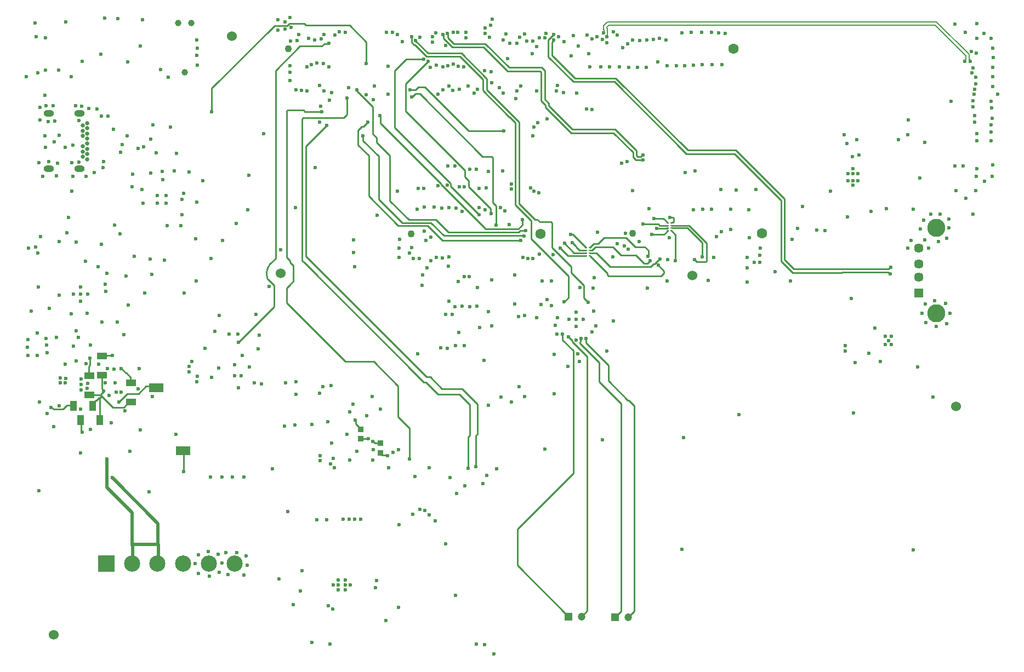
<source format=gbr>
%TF.GenerationSoftware,Altium Limited,Altium Designer,25.8.1 (18)*%
G04 Layer_Physical_Order=8*
G04 Layer_Color=16711680*
%FSLAX45Y45*%
%MOMM*%
%TF.SameCoordinates,716D66D7-A0E9-4909-A487-8E51579E39AF*%
%TF.FilePolarity,Positive*%
%TF.FileFunction,Copper,L8,Bot,Signal*%
%TF.Part,Single*%
G01*
G75*
%TA.AperFunction,SMDPad,CuDef*%
%ADD25R,1.60000X1.05000*%
%ADD34R,0.91213X0.95814*%
%ADD36R,2.20000X1.40000*%
%ADD39R,1.05000X1.60000*%
%TA.AperFunction,Conductor*%
%ADD133C,0.25400*%
%ADD135C,0.50000*%
%ADD137C,0.24883*%
%ADD144C,0.20629*%
%TA.AperFunction,ComponentPad*%
%ADD148C,1.10000*%
%ADD149C,1.60000*%
%ADD150R,1.45000X1.45000*%
%ADD151C,1.45000*%
%ADD152C,2.80000*%
%ADD153C,0.65000*%
%ADD154O,1.60000X1.00000*%
%ADD155C,2.50000*%
%ADD156R,2.50000X2.50000*%
%ADD157C,0.99100*%
%ADD158C,1.20000*%
%ADD159R,1.20000X1.20000*%
%TA.AperFunction,WasherPad*%
%ADD160C,1.52400*%
%TA.AperFunction,ViaPad*%
%ADD161C,0.60000*%
%TA.AperFunction,SMDPad,CuDef*%
%ADD166R,0.30000X0.17500*%
D25*
X3876040Y7081340D02*
D03*
X4320000Y6665000D02*
D03*
X3675380Y6781620D02*
D03*
X4320000Y6960000D02*
D03*
X3876040Y7376340D02*
D03*
X3675380Y7076620D02*
D03*
D34*
X8170035Y5883228D02*
D03*
X7871460Y6247439D02*
D03*
Y6102041D02*
D03*
X8170035Y6028627D02*
D03*
D36*
X4710000Y6890000D02*
D03*
X5130000Y5910000D02*
D03*
D39*
X3840000Y6390000D02*
D03*
X3726360Y6611620D02*
D03*
X3431360D02*
D03*
X3545000Y6390000D02*
D03*
D133*
X6474820Y8806540D02*
G03*
X6431532Y8567168I185111J-157076D01*
G01*
X7696200Y12491720D02*
X7954690Y12233230D01*
Y11899900D02*
Y12233230D01*
X6963090Y8862439D02*
X6963090Y8852304D01*
X6977969Y11061700D02*
X7607300D01*
X6963090Y11046821D02*
X6977969Y11061700D01*
X6963090Y8862439D02*
Y11046821D01*
X6973345Y8842048D02*
X6997699Y8823961D01*
X6963090Y8852304D02*
X6973345Y8842048D01*
X3858010Y7122500D02*
X3858839Y7121671D01*
X4685319Y6910000D02*
X4705319Y6890000D01*
X4551970Y6910000D02*
X4685319D01*
X4436345Y6794374D02*
X4551970Y6910000D01*
X4135319Y6670000D02*
X4259693Y6794374D01*
X4436345D01*
X4287819Y6665000D02*
X4315319D01*
X4209519Y6586700D02*
X4287819Y6665000D01*
X3857419Y6767440D02*
X4038159Y6586700D01*
X4209519D01*
X3901839Y6840220D02*
Y6849583D01*
Y6832752D02*
Y6840220D01*
X3871359Y6880063D02*
Y7081340D01*
Y6880063D02*
X3901839Y6849583D01*
X3857419Y6788332D02*
X3901839Y6832752D01*
X3857419Y6767440D02*
Y6788332D01*
X3670699Y6781620D02*
X3843239D01*
X3857419Y6767440D01*
Y6732857D02*
Y6767440D01*
X3835319Y6732857D02*
X3848782D01*
X3787338Y6689739D02*
X3830457Y6732857D01*
X3835319D01*
X3726360Y6639120D02*
X3776979Y6689739D01*
X3787338D01*
X3835319Y6390000D02*
Y6732857D01*
X3726360Y6611620D02*
Y6639120D01*
X3546999Y6228664D02*
Y6383320D01*
X3566160Y6200140D02*
Y6209503D01*
X3546999Y6228664D02*
X3566160Y6209503D01*
X8171180Y6550497D02*
Y6559859D01*
X7787640Y6388100D02*
X7794260Y6381480D01*
Y6326940D02*
X7871460Y6249740D01*
Y6247439D02*
Y6249740D01*
X7794260Y6326940D02*
Y6381480D01*
X8202942Y5848021D02*
X8264445D01*
X8272533Y5839933D02*
X8281896D01*
X8264445Y5848021D02*
X8272533Y5839933D01*
X8170035Y5880928D02*
X8202942Y5848021D01*
X8170035Y5880928D02*
Y5883228D01*
X4251589Y7115310D02*
X4315319Y7051580D01*
X4241429Y7115310D02*
X4251589D01*
X4171079Y7185660D02*
X4241429Y7115310D01*
X4315319Y6960000D02*
Y7051580D01*
X3881339Y7386320D02*
X4033919D01*
X3871359Y7376340D02*
X3881339Y7386320D01*
X3685939Y7231869D02*
Y7343140D01*
X3670699Y7076620D02*
Y7216629D01*
X3685939Y7231869D01*
X5130000Y5910000D02*
X5137500Y5902500D01*
Y5592500D02*
Y5902500D01*
X3268423Y6554300D02*
X3333243Y6619120D01*
X3449219D01*
X3095861Y6586220D02*
X3127781Y6554300D01*
X3268423D01*
X3086499Y6586220D02*
X3095861D01*
X7871460Y6102041D02*
X7872421Y6101080D01*
X7990840D01*
X8090282Y6028627D02*
X8170035D01*
X8061009Y6057900D02*
X8090282Y6028627D01*
X8059420Y6057900D02*
X8061009D01*
X10289540Y4704080D02*
X11150600Y5565140D01*
X10289540Y4140420D02*
X11078540Y3351420D01*
X10289540Y4140420D02*
Y4704080D01*
X4741000Y4191000D02*
X4742000Y4190000D01*
X4343000Y4193000D02*
X4346000Y4190000D01*
X11150600Y5565140D02*
Y7459980D01*
X10982960Y7627620D02*
X11150600Y7459980D01*
X6540500Y12486640D02*
X6733265D01*
X6766585Y12519960D01*
X5570220Y11516360D02*
X6540500Y12486640D01*
X6553200Y11793200D02*
X6931240Y12171240D01*
X7270375D02*
X7306340Y12207205D01*
X6931240Y12171240D02*
X7270375D01*
X9801829Y9344660D02*
X9936205D01*
X9116421Y10030067D02*
Y10033753D01*
X8171180Y10978994D02*
X9116421Y10033753D01*
X8171180Y10978994D02*
Y11092180D01*
X9116421Y10030067D02*
X9801829Y9344660D01*
X9260660Y10002700D02*
X9700260Y9563100D01*
X8392160Y10911871D02*
Y11788140D01*
Y10911871D02*
X9260660Y10043372D01*
Y10002700D02*
Y10043372D01*
X10170160Y11071860D02*
X10258880Y10983140D01*
Y9715680D02*
Y10983140D01*
Y9715680D02*
X10505440Y9469120D01*
X9131300Y9166860D02*
X10342880D01*
X8902700Y9395460D02*
X9131300Y9166860D01*
X9226373Y9292767D02*
X10309732D01*
X10336226Y9319260D01*
X9154160Y9237980D02*
X10390960D01*
X9031504Y9487636D02*
X9226373Y9292767D01*
X10336226Y9319260D02*
X10416540D01*
X10390960Y9237980D02*
X10391874Y9237067D01*
X13027660Y8866299D02*
Y8869680D01*
Y8866299D02*
X13059839Y8834120D01*
X13200742D02*
X13215620Y8848999D01*
Y9121140D01*
X13059839Y8834120D02*
X13200742D01*
X13141960Y8912860D02*
Y9128760D01*
X12346940Y8755380D02*
X12390120Y8798560D01*
X12404333D01*
X12483073Y8877300D02*
X12488780D01*
X12468860Y8780780D02*
X12555220Y8694420D01*
X12404333Y8798560D02*
X12483073Y8877300D01*
X6435661Y8563039D02*
X6528938Y8469762D01*
X6431532Y8567168D02*
X6435661Y8563039D01*
X6474820Y8806540D02*
X6553200Y8884920D01*
X6775365Y8827855D02*
X6829921Y8773299D01*
Y8613741D02*
Y8773299D01*
X6775365Y8827855D02*
Y8851849D01*
X6723380Y8903834D02*
Y11163661D01*
Y8903834D02*
X6775365Y8851849D01*
X6553200Y8884920D02*
Y11793200D01*
X5980000Y7590000D02*
X6528938Y8138938D01*
Y8469762D01*
X6723380Y8214720D02*
Y8430259D01*
X6829921Y8536800D02*
Y8613741D01*
X6775444Y8482323D02*
X6775516Y8482395D01*
X6775443Y8482323D02*
X6775444D01*
X6723380Y8430259D02*
X6775443Y8482323D01*
X6775516Y8482395D02*
X6829921Y8536800D01*
X6723380Y8204200D02*
X6723380Y8214720D01*
X6723380Y8204200D02*
X7632700Y7294880D01*
X8069611D01*
X6997699Y8823961D02*
X6999019Y8822641D01*
X8846820Y6974840D01*
X8877300D01*
X7020560Y8917940D02*
X8884920Y7053580D01*
X8945880D01*
X7020560Y8917940D02*
Y10622280D01*
X6723380Y11163661D02*
X6738259Y11178540D01*
X8862060Y11534140D02*
X9535160Y10861040D01*
X8756463Y11534140D02*
X8862060D01*
X9535160Y10861040D02*
X10076180D01*
X9819640Y11495416D02*
X10317480Y10997576D01*
X9819640Y11495416D02*
Y11666220D01*
X9756140Y11483340D02*
Y11653520D01*
Y11483340D02*
X10167620Y11071860D01*
X10170160D01*
X10317480Y9733280D02*
Y10997576D01*
X8666502Y11384280D02*
X8713496Y11431275D01*
X8779505D01*
X8656320Y11384280D02*
X8666502D01*
X8715823Y11493500D02*
X8756463Y11534140D01*
X8630920Y11493500D02*
X8715823D01*
X8564880Y11584940D02*
X8910320Y11930380D01*
X8564880Y11159796D02*
X9479420Y10245256D01*
X8564880Y11159796D02*
Y11584940D01*
X8779505Y11431275D02*
X9748520Y10462260D01*
X9893661D01*
X9908540Y10447381D01*
Y9751060D02*
Y10447381D01*
Y9751060D02*
X9961880Y9697720D01*
X8392160Y11788140D02*
X8572500Y11968480D01*
X8839200D01*
X9479420Y10147948D02*
Y10245256D01*
Y10147948D02*
X9535160Y10092208D01*
Y9994900D02*
Y10092208D01*
X8625840Y5791200D02*
Y6259350D01*
X8442660Y6442530D02*
X8625840Y6259350D01*
X7995920Y9847580D02*
X8448040Y9395460D01*
X8902700D01*
X9535160Y9994900D02*
X9874392Y9655668D01*
Y9592168D02*
X9883140Y9583420D01*
X9874392Y9592168D02*
Y9655668D01*
X9961880Y9405620D02*
Y9697720D01*
X11013440Y8214360D02*
X11079480Y8280400D01*
Y8612865D01*
X8509000Y9438640D02*
X8953500D01*
X9154160Y9237980D01*
X10363200Y9400540D02*
Y9489440D01*
X10302240Y9339580D02*
X10363200Y9400540D01*
X9941285Y9339580D02*
X10302240D01*
X9936205Y9344660D02*
X9941285Y9339580D01*
X8691566Y12191700D02*
X8704880D01*
X8655680Y12227585D02*
X8691566Y12191700D01*
X8704880D02*
X8884920Y12011660D01*
X9398000D02*
X9756140Y11653520D01*
X8884920Y12011660D02*
X9398000D01*
X8716940Y12248220D02*
X8907780Y12057380D01*
X9428480D01*
X9819640Y11666220D01*
X8655680Y12227585D02*
Y12310534D01*
X8660302Y12315155D01*
X8716940Y12248220D02*
Y12252960D01*
X6997624Y12519960D02*
X7025864Y12491720D01*
X7696200D01*
X6766585Y12519960D02*
X6997624D01*
X5570220Y11153140D02*
Y11516360D01*
X12666100Y9397360D02*
X12749509D01*
X12752009Y9394860D01*
X12666100Y9357360D02*
X12735203D01*
X12752009Y9394860D02*
X12941901D01*
X13215620Y9121140D01*
X12735203Y9357360D02*
X12736103Y9356460D01*
X12914259D01*
X13141960Y9128760D01*
X8168640Y11094720D02*
X8171180Y11092180D01*
X7807960Y11480525D02*
Y11490960D01*
Y11480525D02*
X8054340Y11234145D01*
Y10813235D02*
Y11234145D01*
X7907020Y10708640D02*
X8145780Y10469880D01*
X7907020Y10708640D02*
Y10784840D01*
X7830520Y10640360D02*
Y10871175D01*
X7889659Y10930313D02*
X7915333D01*
X7830520Y10640360D02*
X7995920Y10474960D01*
X7915333Y10930313D02*
X7983220Y10998200D01*
X7830520Y10871175D02*
X7889659Y10930313D01*
X8054340Y10813235D02*
X8118083Y10749492D01*
Y10677917D02*
Y10749492D01*
Y10677917D02*
X8319248Y10476752D01*
X7995920Y9847580D02*
Y10474960D01*
X8145780Y9801860D02*
Y10469880D01*
X8319248Y9778252D02*
Y10476752D01*
X8145780Y9801860D02*
X8509000Y9438640D01*
X8319248Y9778252D02*
X8609864Y9487636D01*
X9031504D01*
X11070900Y8931600D02*
X11350160D01*
X10952480Y9050020D02*
X11070900Y8931600D01*
X11194504Y9061996D02*
X11244900Y9011600D01*
X11135360Y9133840D02*
X11194504Y9074696D01*
Y9061996D02*
Y9074696D01*
X11244900Y9011600D02*
X11350160D01*
X11165520Y8971600D02*
X11350160D01*
X11014660Y9122460D02*
X11165520Y8971600D01*
X11115040Y9255760D02*
X11147650D01*
X11350160Y9053250D01*
Y9051600D02*
Y9053250D01*
X11405160Y8971600D02*
X11508420D01*
X11724640Y8755380D01*
X12346940D01*
X11406760Y9013200D02*
X11441440D01*
X11762740Y9062720D02*
X11889740Y8935720D01*
X11490960Y9062720D02*
X11762740D01*
X11441440Y9013200D02*
X11490960Y9062720D01*
X12293600Y8808709D02*
X12336545Y8851653D01*
X12247880Y8806180D02*
X12293600D01*
X12118340Y8935720D02*
X12247880Y8806180D01*
X12336545Y8851653D02*
Y8851654D01*
X12293600Y8806180D02*
Y8808709D01*
X12555220Y8658860D02*
Y8694420D01*
X12512040Y8615680D02*
X12555220Y8658860D01*
X11696339Y8615680D02*
X12512040D01*
X11681460Y8630559D02*
X11696339Y8615680D01*
X11681460Y8630559D02*
Y8653650D01*
X11405160Y8929950D02*
X11681460Y8653650D01*
X11405160Y8929950D02*
Y8931600D01*
X12311380Y8929050D02*
Y9009380D01*
X12305570Y8923240D02*
X12311380Y8929050D01*
X12252960Y9067800D02*
X12311380Y9009380D01*
X11405160Y9011600D02*
X11406760Y9013200D01*
X11889740Y8935720D02*
X12118340D01*
X11405160Y9051600D02*
X11469620Y9116060D01*
X11536680D01*
X11628120Y9207500D01*
X12108180Y9067800D02*
X12252960D01*
X11628120Y9207500D02*
X11968480D01*
X12108180Y9067800D01*
X12364720Y9258300D02*
X12552040D01*
X12400280Y9507220D02*
X12541240D01*
X12607150Y9441310D01*
X12692716Y9517380D02*
X12707595Y9502501D01*
Y9455759D02*
Y9502501D01*
X12644120Y9517380D02*
X12692716D01*
Y9440880D02*
X12707595Y9455759D01*
X12668400Y9440880D02*
X12692716D01*
X12666100Y9437360D02*
Y9438580D01*
X12668400Y9440880D01*
X12611100Y9315710D02*
Y9317360D01*
X12608800Y9313410D02*
X12611100Y9315710D01*
X12552040Y9258300D02*
X12607150Y9313410D01*
X12608800D01*
Y9441310D02*
X12611100Y9439010D01*
X12607150Y9441310D02*
X12608800D01*
X12611100Y9437360D02*
Y9439010D01*
X12609500Y9355760D02*
X12611100Y9357360D01*
X12595194Y9355760D02*
X12609500D01*
X12438380Y9354820D02*
X12594254D01*
X12595194Y9355760D01*
X12666100Y9315710D02*
Y9317360D01*
Y9315710D02*
X12727940Y9253870D01*
Y8851900D02*
Y9253870D01*
X12230100Y9415780D02*
X12230400Y9416080D01*
X12463755D01*
X12482475Y9397360D02*
X12611100D01*
X12463755Y9416080D02*
X12482475Y9397360D01*
X7377205Y12207205D02*
X7380000Y12210000D01*
X7306340Y12207205D02*
X7377205D01*
X10505440Y9186905D02*
Y9469120D01*
Y9186905D02*
X11079480Y8612865D01*
X9555480Y6154256D02*
Y6624320D01*
X9392920Y6786880D02*
X9555480Y6624320D01*
X9530080Y6128856D02*
X9555480Y6154256D01*
X9530080Y5646420D02*
Y6128856D01*
X9065260Y6786880D02*
X9392920D01*
X7660640Y11115040D02*
Y11369040D01*
X8877300Y6974840D02*
X9065260Y6786880D01*
X7607300Y11061700D02*
X7660640Y11115040D01*
X9674860Y6174576D02*
Y6637020D01*
X9646920Y6146636D02*
X9674860Y6174576D01*
X9646920Y5671820D02*
Y6146636D01*
X9126220Y6873240D02*
X9438640D01*
X8945880Y7053580D02*
X9126220Y6873240D01*
X9438640D02*
X9674860Y6637020D01*
X7020560Y10622280D02*
X7343140Y10944860D01*
X8069611Y7294880D02*
X8447860Y6916632D01*
Y6741254D02*
Y6916632D01*
X8442660Y6736055D02*
X8447860Y6741254D01*
X8442660Y6442530D02*
Y6736055D01*
X6738259Y11178540D02*
X6984983D01*
X7007843Y11155680D02*
X7266940D01*
X6984983Y11178540D02*
X7007843Y11155680D01*
X10822940Y9055100D02*
Y9436461D01*
Y9055100D02*
X11121260Y8756780D01*
Y8662800D02*
Y8756780D01*
X11316000Y8280100D02*
Y8468060D01*
X11121260Y8662800D02*
X11316000Y8468060D01*
Y8280100D02*
X11384280Y8211820D01*
X10634980Y9451340D02*
X10808061D01*
X10822940Y9436461D01*
X10317480Y9733280D02*
X10561320Y9489440D01*
X10596880D02*
X10634980Y9451340D01*
X10561320Y9489440D02*
X10596880D01*
X11138608Y7600272D02*
X11369040Y7369840D01*
Y3441920D02*
Y7369840D01*
X11076940Y7675880D02*
X11138608Y7614212D01*
Y7600272D02*
Y7614212D01*
X11259820Y7599680D02*
X11261973Y7601833D01*
Y7641778D01*
X11269550Y7649355D01*
X11554460Y6977380D02*
X11889740Y6642100D01*
X11278540Y3351420D02*
X11369040Y3441920D01*
X11554460Y6977380D02*
Y7279640D01*
X12006580Y6695440D02*
X12089740Y6612280D01*
X11889740Y3433640D02*
X11889740Y6642100D01*
X11694160Y6995160D02*
X11993880Y6695440D01*
X11799900Y3343800D02*
X11889740Y3433640D01*
X11694160Y6995160D02*
Y7236460D01*
X11993880Y6695440D02*
X12006580D01*
X11259820Y7574280D02*
X11554460Y7279640D01*
X11351260Y7579360D02*
X11694160Y7236460D01*
X10982960Y7627620D02*
Y7719060D01*
X11259820Y7574280D02*
Y7599680D01*
X11999900Y3343800D02*
X12089740Y3433640D01*
X12089740Y6612280D01*
X11351260Y7579360D02*
Y7650480D01*
D135*
X4741000Y4191000D02*
Y4469000D01*
X4343000Y4193000D02*
Y4467000D01*
X4340000Y4470000D02*
X4740000D01*
X3950000Y5350000D02*
X4340000Y4960000D01*
Y4470000D02*
Y4960000D01*
X3950000Y5350000D02*
Y5790000D01*
X4740000Y4470000D02*
Y4790000D01*
X4030000Y5500000D02*
X4740000Y4790000D01*
D137*
X9215286Y12299165D02*
Y12362097D01*
X9306077Y12208374D02*
X9791982D01*
X9210894Y12366489D02*
X9215286Y12362097D01*
X9145243Y12291591D02*
Y12345159D01*
X9283343Y12153491D02*
X9769249D01*
X9145243Y12291591D02*
X9283343Y12153491D01*
X9215286Y12299165D02*
X9306077Y12208374D01*
X12074548Y10452625D02*
Y10527495D01*
X12191839Y10460781D02*
X12218853Y10487796D01*
X12144008Y10460781D02*
X12191839D01*
X9138524Y12351878D02*
X9145243Y12345159D01*
X12218853Y10487796D02*
X12228356D01*
X12221928Y10405898D02*
X12228447Y10412417D01*
X12121274Y10405898D02*
X12221928D01*
X16023749Y8728212D02*
X16045837Y8750300D01*
X10821505Y12028335D02*
Y12228445D01*
X10848340Y12255281D02*
Y12260580D01*
X15275809Y8722360D02*
X15281660Y8728212D01*
X14560823Y8722360D02*
X15275809D01*
X15281660Y8728212D02*
X16023749D01*
X16045837Y8750300D02*
X16055341D01*
X10766622Y12005602D02*
X11153267Y11618957D01*
X16038217Y8651240D02*
X16047720D01*
X10766622Y12267762D02*
X10845800Y12346940D01*
X14538091Y8667477D02*
X15298543D01*
X15304395Y8673329D02*
X16016129D01*
X10821505Y12028335D02*
X11176000Y11673840D01*
X14361160Y8844407D02*
X14538091Y8667477D01*
X15298543D02*
X15304395Y8673329D01*
X11153267Y11618957D02*
X11785600D01*
X10821505Y12228445D02*
X10848340Y12255281D01*
X16016129Y8673329D02*
X16038217Y8651240D01*
X10766622Y12005602D02*
Y12267762D01*
X14361160Y8844407D02*
Y9784080D01*
X13639799Y10505440D02*
X14361160Y9784080D01*
X11785600Y11618957D02*
X12899117Y10505440D01*
X13639799D01*
X13662534Y10560323D02*
X14416043Y9806813D01*
X12921851Y10560323D02*
X13662534D01*
X14416043Y8867140D02*
Y9806813D01*
Y8867140D02*
X14560823Y8722360D01*
X11176000Y11673840D02*
X11808333D01*
X12921851Y10560323D01*
X10655735Y11326422D02*
X10722337Y11259820D01*
X10777220Y11247120D02*
Y11282553D01*
X11117707Y10829017D02*
X11773027D01*
X10722337Y11224387D02*
X11117707Y10829017D01*
X10777220Y11247120D02*
X11140440Y10883900D01*
X10722337Y11224387D02*
Y11259820D01*
X11140440Y10883900D02*
X11795760D01*
X10710618Y11349155D02*
X10777220Y11282553D01*
X10655735Y11326422D02*
Y11768484D01*
X11795760Y10883900D02*
X12129431Y10550229D01*
Y10475358D02*
X12144008Y10460781D01*
X12129431Y10475358D02*
Y10550229D01*
X10710618Y11349155D02*
Y11791217D01*
X9791982Y12208374D02*
X10162413Y11837943D01*
X10663892D02*
X10710618Y11791217D01*
X10162413Y11837943D02*
X10663892D01*
X12074548Y10452625D02*
X12121274Y10405898D01*
X11773027Y10829017D02*
X12074548Y10527495D01*
X10641159Y11783060D02*
X10655735Y11768484D01*
X10139680Y11783060D02*
X10641159D01*
X9769249Y12153491D02*
X10139680Y11783060D01*
D144*
X17264294Y11966533D02*
Y12040337D01*
X17213666Y11963979D02*
Y12019366D01*
X16739011Y12494020D02*
X17213666Y12019366D01*
X16759982Y12544649D02*
X17264294Y12040337D01*
Y11966533D02*
X17282159Y11948668D01*
X17195799Y11935460D02*
Y11946114D01*
X17282159Y11938014D02*
Y11948668D01*
X17195799Y11946114D02*
X17213666Y11963979D01*
X11671300Y12313920D02*
X11675340Y12317960D01*
Y12442170D01*
X11671300Y12446210D02*
Y12463300D01*
Y12446210D02*
X11675340Y12442170D01*
X11702020Y12494020D02*
X16739011D01*
X11671300Y12463300D02*
X11702020Y12494020D01*
X11620671Y12425239D02*
Y12484271D01*
X11624711Y12379091D02*
Y12421199D01*
X11620671Y12425239D02*
X11624711Y12421199D01*
X11617960Y12372340D02*
X11624711Y12379091D01*
X11681049Y12544649D02*
X16759982D01*
X11620671Y12484271D02*
X11681049Y12544649D01*
D148*
X6747500Y12128800D02*
D03*
X8650257Y9269600D02*
D03*
X12070759Y9275910D02*
D03*
D149*
X13627499Y12128800D02*
D03*
X10650257Y9269600D02*
D03*
X14070760Y9275910D02*
D03*
D150*
X16485600Y8350000D02*
D03*
D151*
Y8800000D02*
D03*
Y8600000D02*
D03*
Y9050000D02*
D03*
D152*
X16756599Y8043000D02*
D03*
Y9357000D02*
D03*
D153*
X3643000Y10980000D02*
D03*
Y10900000D02*
D03*
Y10500000D02*
D03*
Y10420000D02*
D03*
Y10820000D02*
D03*
Y10580000D02*
D03*
X3573000Y10540000D02*
D03*
Y10460000D02*
D03*
Y10940000D02*
D03*
Y10860000D02*
D03*
Y10620000D02*
D03*
Y10780000D02*
D03*
X3643000Y10660000D02*
D03*
Y10740000D02*
D03*
D154*
X3528000Y11127000D02*
D03*
X3055000D02*
D03*
X3528000Y10273000D02*
D03*
X3055000D02*
D03*
D155*
X5920000Y4170000D02*
D03*
X5524000D02*
D03*
X4336000D02*
D03*
X4732000D02*
D03*
X5128000D02*
D03*
D156*
X3940000D02*
D03*
D157*
X5151415Y11762212D02*
D03*
X5252915Y12524212D02*
D03*
X5049915D02*
D03*
D158*
X11999900Y3343800D02*
D03*
X11278540Y3351420D02*
D03*
D159*
X11799900Y3343800D02*
D03*
X11078540Y3351420D02*
D03*
D160*
X6631940Y8661400D02*
D03*
X12992101Y8620760D02*
D03*
X5880000Y12320000D02*
D03*
X3130000Y3070000D02*
D03*
X17060001Y6600000D02*
D03*
D161*
X9035730Y11871960D02*
D03*
X7039860Y11849300D02*
D03*
X9458540D02*
D03*
X9372010Y11854180D02*
D03*
X9302980Y11889740D02*
D03*
X9219210Y11864340D02*
D03*
X9135900Y11849300D02*
D03*
X7379430Y11851640D02*
D03*
X11411920Y11846560D02*
D03*
X11576010Y11851640D02*
D03*
X11716700D02*
D03*
X11861200Y11849100D02*
D03*
X12283860Y11844943D02*
D03*
X7954690Y11899900D02*
D03*
X8291930Y11859260D02*
D03*
X9900170Y12588240D02*
D03*
X9879550Y12489180D02*
D03*
X9788600Y12453620D02*
D03*
X6775400Y11638280D02*
D03*
X6950650Y11488420D02*
D03*
X7036960Y11478260D02*
D03*
X6779260Y11869420D02*
D03*
X6776720Y11762740D02*
D03*
X6890000Y12257500D02*
D03*
X6913880Y12349480D02*
D03*
X7750520Y6630464D02*
D03*
X7660000Y6170000D02*
D03*
X6870000Y11490000D02*
D03*
X7239000Y5839460D02*
D03*
X7241540Y5763260D02*
D03*
X6791960Y12458700D02*
D03*
X6780000Y12610000D02*
D03*
X6702805Y12542814D02*
D03*
X6703060Y12430940D02*
D03*
X5467607Y7498467D02*
D03*
X5257800Y7297420D02*
D03*
X5219700Y7216140D02*
D03*
Y7134860D02*
D03*
X4092339Y6819900D02*
D03*
X4171079Y6817360D02*
D03*
X4135319Y6670000D02*
D03*
X3901839Y6840220D02*
D03*
X7249160Y11236960D02*
D03*
X15975000Y7560000D02*
D03*
X16064999D02*
D03*
X16020000Y7620000D02*
D03*
X15975000Y7680000D02*
D03*
X16064999D02*
D03*
X15714980Y7421880D02*
D03*
X3698639Y6248400D02*
D03*
X3215319Y6610000D02*
D03*
X5549230Y5510378D02*
D03*
X5889789Y5505334D02*
D03*
X5729230Y5510378D02*
D03*
X4653679Y6753860D02*
D03*
X6069788Y5505334D02*
D03*
X6150000Y7210000D02*
D03*
X6037580Y7391400D02*
D03*
X3870000Y7900000D02*
D03*
X6300000Y7700000D02*
D03*
X5140000Y8350000D02*
D03*
X8890000Y8745220D02*
D03*
X8956040Y8854440D02*
D03*
X8623300Y8973820D02*
D03*
X8656320Y9055100D02*
D03*
X8875257Y9167119D02*
D03*
X8950960Y9212580D02*
D03*
X9672320Y8437880D02*
D03*
X10673080Y8542020D02*
D03*
X10815320D02*
D03*
X9034780Y8900160D02*
D03*
X9131300Y8897620D02*
D03*
X9230360Y8910320D02*
D03*
X10378440Y8902700D02*
D03*
X10528300Y8884920D02*
D03*
X10449560D02*
D03*
X15892780Y7294880D02*
D03*
X11463020Y8432800D02*
D03*
X11254740Y8440420D02*
D03*
X12298680Y8430260D02*
D03*
X13949680Y8823960D02*
D03*
X14033501Y8829040D02*
D03*
X11998960Y9027160D02*
D03*
X11938000Y9080500D02*
D03*
X12171680Y9151620D02*
D03*
X14033501Y8935720D02*
D03*
X14038580Y9047480D02*
D03*
X17325340Y11229340D02*
D03*
X16984979Y11318240D02*
D03*
X17612360Y11216640D02*
D03*
X17604739Y11318240D02*
D03*
X17325340Y11323320D02*
D03*
X8679180Y8887460D02*
D03*
X8775700Y8882380D02*
D03*
X3566160Y6200140D02*
D03*
X4013200Y6342380D02*
D03*
X3649980Y6959600D02*
D03*
X3228340Y6964680D02*
D03*
Y7043420D02*
D03*
X3303433Y6960794D02*
D03*
X3316939Y7030778D02*
D03*
X3550920Y6941820D02*
D03*
X3647440Y6880860D02*
D03*
X3548779Y6852920D02*
D03*
X3550920Y7020560D02*
D03*
X17383760Y12517120D02*
D03*
X17211040Y12382500D02*
D03*
X17498061Y12369800D02*
D03*
X17048480Y12512040D02*
D03*
X13500101Y12369800D02*
D03*
X13395959Y12374880D02*
D03*
X17635220Y12141200D02*
D03*
X17637241Y11994400D02*
D03*
X17632680Y11844020D02*
D03*
X17602200Y12288520D02*
D03*
X17711420Y11422380D02*
D03*
X17632680Y11696700D02*
D03*
Y11546840D02*
D03*
X17388840Y12291060D02*
D03*
X13449300Y11884660D02*
D03*
X13284200Y12382500D02*
D03*
X13131799D02*
D03*
X12976860Y12379960D02*
D03*
X12834621Y12377420D02*
D03*
X13296899Y11882120D02*
D03*
X13147040Y11879580D02*
D03*
X13007339Y11871960D02*
D03*
X12872720Y11869420D02*
D03*
X12745720Y11866880D02*
D03*
X12486640Y12293600D02*
D03*
X12603480Y11864340D02*
D03*
X12583160Y12268200D02*
D03*
X17621519Y11050000D02*
D03*
X17609821Y10949940D02*
D03*
X17607280Y10843260D02*
D03*
X17383760Y10820400D02*
D03*
X17607280Y10706100D02*
D03*
X17630141Y10330180D02*
D03*
X17619980Y10157460D02*
D03*
X17503140Y10078720D02*
D03*
X17388840Y10708640D02*
D03*
X17383760Y10276840D02*
D03*
X17373599Y10160000D02*
D03*
X17371060Y9939020D02*
D03*
X17354649Y11098630D02*
D03*
X17355820Y10995660D02*
D03*
X16327119Y11026140D02*
D03*
X16322040Y10800080D02*
D03*
X16583659Y10680700D02*
D03*
X16174220Y10725838D02*
D03*
X15534641Y10721340D02*
D03*
X15565120Y10482580D02*
D03*
X15460980Y10457180D02*
D03*
X15382240Y10665460D02*
D03*
X17051019Y10317480D02*
D03*
X15548640Y10197260D02*
D03*
X16504919Y10134600D02*
D03*
X15548640Y10092260D02*
D03*
X15471140Y10197260D02*
D03*
Y10017260D02*
D03*
Y10092260D02*
D03*
Y10272260D02*
D03*
X15393640Y10092260D02*
D03*
Y10197260D02*
D03*
X13975079Y9949180D02*
D03*
X13434061Y9956800D02*
D03*
X13665199Y9946640D02*
D03*
X12390120Y12275820D02*
D03*
X12285980Y12268200D02*
D03*
X12176760Y12252960D02*
D03*
X11600180Y12270740D02*
D03*
X11369040Y12344400D02*
D03*
X10727992Y12369800D02*
D03*
X10927080Y12316460D02*
D03*
X10403840Y12357100D02*
D03*
X9370480Y12382360D02*
D03*
X9296400Y12382500D02*
D03*
X12458700Y11925300D02*
D03*
X12006580Y11844020D02*
D03*
X12146280D02*
D03*
X11920220Y12148820D02*
D03*
X11673840Y12225020D02*
D03*
X10586720Y12161520D02*
D03*
X10909300Y11564620D02*
D03*
X10170160Y12214860D02*
D03*
X10139680Y11978640D02*
D03*
X9886710Y11774800D02*
D03*
X9786620Y11786570D02*
D03*
X9179560Y12176760D02*
D03*
X10340340Y11554460D02*
D03*
X10490200Y9974580D02*
D03*
X9890760Y11605260D02*
D03*
X17061180Y9936480D02*
D03*
X17218660Y9817100D02*
D03*
X16406030Y9651783D02*
D03*
X16814799Y9575800D02*
D03*
X17330420D02*
D03*
X16675101D02*
D03*
X15984979Y9655019D02*
D03*
X15748000Y9616440D02*
D03*
X15389861Y9530080D02*
D03*
X16954500Y9497060D02*
D03*
X16957040Y9359900D02*
D03*
X16924020Y9202420D02*
D03*
X16560800Y9476740D02*
D03*
X16517619Y9347200D02*
D03*
X16583659Y9169728D02*
D03*
X16367760Y9166860D02*
D03*
X14696440Y9690100D02*
D03*
X12067540Y9936480D02*
D03*
X13860780Y9636760D02*
D03*
X13583920Y9644380D02*
D03*
X13284200Y9649460D02*
D03*
X14620239Y9354820D02*
D03*
X13873480Y9210040D02*
D03*
X14528799Y9182100D02*
D03*
X13149580Y9649460D02*
D03*
X13009880Y9636760D02*
D03*
X12319000Y9657080D02*
D03*
X11958320Y9276080D02*
D03*
X12639040Y9204960D02*
D03*
X11526520Y9293860D02*
D03*
X16789400Y9146540D02*
D03*
X16903700Y8188960D02*
D03*
X16736060Y8237220D02*
D03*
X16644620Y9047480D02*
D03*
X16593820Y8183880D02*
D03*
X16967200Y8039100D02*
D03*
X16918941Y7881620D02*
D03*
X16540480Y8041640D02*
D03*
X16596359Y7891780D02*
D03*
X16758920Y7835900D02*
D03*
X16705580Y6743700D02*
D03*
X16474440Y7208520D02*
D03*
X16405859Y4381500D02*
D03*
X16316960Y9047480D02*
D03*
X13837920Y8742680D02*
D03*
X13835381Y8900160D02*
D03*
X14505940Y8536940D02*
D03*
X15450819Y8270240D02*
D03*
X14269720Y8679180D02*
D03*
X13233400Y8547100D02*
D03*
X13837920Y8521700D02*
D03*
X12600940Y8539480D02*
D03*
X11833860Y9118600D02*
D03*
X11765280Y8907780D02*
D03*
X11772900Y7919720D02*
D03*
X11303780Y7945120D02*
D03*
X15811501Y7810500D02*
D03*
X15506700Y7277100D02*
D03*
X15483839Y6494780D02*
D03*
X11671300Y7457440D02*
D03*
X13710921Y6471920D02*
D03*
X12854939Y6113780D02*
D03*
X12834621Y4386580D02*
D03*
X11600180Y6083300D02*
D03*
X10624772Y9900097D02*
D03*
X10843260Y8945880D02*
D03*
X10629900Y8956040D02*
D03*
X10541000Y9923780D02*
D03*
X10248900Y8628380D02*
D03*
X11193780Y8055120D02*
D03*
X10815320Y8161020D02*
D03*
X10906760Y7975600D02*
D03*
X11193780Y7945120D02*
D03*
X11083780D02*
D03*
X10584180Y7970520D02*
D03*
X10307320Y7988300D02*
D03*
X10025380Y9672320D02*
D03*
X9700260Y9674860D02*
D03*
X9232900Y9669780D02*
D03*
X10246360Y8186420D02*
D03*
X9794244Y9638546D02*
D03*
X10099040Y9626600D02*
D03*
X9845040Y8062006D02*
D03*
X9436100Y9611360D02*
D03*
X9344660Y9667240D02*
D03*
X9121140D02*
D03*
X9377680Y8529320D02*
D03*
X9222740Y8768080D02*
D03*
X9662160Y8148320D02*
D03*
X9329420Y8140700D02*
D03*
X9235440Y8227060D02*
D03*
X11193780Y7835120D02*
D03*
X11194308Y7623344D02*
D03*
X11224260Y7411720D02*
D03*
X10896600Y7716520D02*
D03*
X10858500Y7401560D02*
D03*
X11249660Y7297420D02*
D03*
X10858275Y6790976D02*
D03*
X10711180Y5943600D02*
D03*
X10398760Y6748780D02*
D03*
X10314940Y6906260D02*
D03*
X10198100Y6667500D02*
D03*
X10035540Y6746240D02*
D03*
X9890760Y7843520D02*
D03*
X9770000Y7310000D02*
D03*
X9842500Y6617372D02*
D03*
X9469857Y7538720D02*
D03*
X9335856Y7540181D02*
D03*
X9204960Y7498080D02*
D03*
X9966960Y5638800D02*
D03*
X9761220Y5402580D02*
D03*
X9926320Y2771140D02*
D03*
X9784080Y2918460D02*
D03*
X9352280Y5257800D02*
D03*
X9334500Y3675380D02*
D03*
X9184640Y4475480D02*
D03*
X8364220Y12382500D02*
D03*
X8270240Y12385040D02*
D03*
X7632700Y12379960D02*
D03*
X7538720Y12389500D02*
D03*
X7302500Y12350000D02*
D03*
X8978900Y12230100D02*
D03*
X8945880Y11844020D02*
D03*
X7294880Y11899900D02*
D03*
X7256780Y12278360D02*
D03*
X7160260Y12260580D02*
D03*
X7068820Y12288520D02*
D03*
X6786880Y12247880D02*
D03*
X6591300Y12580620D02*
D03*
X6593840Y12412980D02*
D03*
X4501680Y12578080D02*
D03*
X5341620Y12263120D02*
D03*
X4467860Y12171680D02*
D03*
X7195820Y11907520D02*
D03*
X7105000Y11885000D02*
D03*
X4780280Y11803380D02*
D03*
X4658360Y10949940D02*
D03*
X4935220Y10914380D02*
D03*
X9000257Y9677779D02*
D03*
X8850257D02*
D03*
X7164032Y10287880D02*
D03*
X6370320Y10820400D02*
D03*
X6138034Y10174588D02*
D03*
X8432800Y9923780D02*
D03*
X8737600Y9646920D02*
D03*
X8854440Y9309100D02*
D03*
X8473440Y9182100D02*
D03*
X8125460Y9558020D02*
D03*
X8458200Y9044940D02*
D03*
X8465820Y8905240D02*
D03*
X8826500Y8628380D02*
D03*
X8813800Y8468360D02*
D03*
X7759700Y9174480D02*
D03*
X6858000Y9672320D02*
D03*
X7757160Y8981440D02*
D03*
X6129020Y9641840D02*
D03*
X6631940Y9019540D02*
D03*
X5737860Y9169400D02*
D03*
X7774940Y8760460D02*
D03*
X6455697Y8450348D02*
D03*
X6256020Y8021320D02*
D03*
X5427980Y10088880D02*
D03*
X5024120Y10510520D02*
D03*
X4993640Y10241280D02*
D03*
X5135880Y9890760D02*
D03*
X4810760Y10101580D02*
D03*
X4711700Y10518140D02*
D03*
X4860000Y9860000D02*
D03*
X4730000D02*
D03*
X5107940Y9565640D02*
D03*
X5105400Y9804400D02*
D03*
X4860000Y9740000D02*
D03*
X5560060Y8890000D02*
D03*
X5684520Y8006080D02*
D03*
X5331460Y8539480D02*
D03*
X4841240Y8864600D02*
D03*
X4730000Y9740000D02*
D03*
X4505960Y9743440D02*
D03*
X4645660Y8641080D02*
D03*
X4620000Y8880000D02*
D03*
X3919220Y12600940D02*
D03*
X4114800Y12595860D02*
D03*
X3797300Y11193780D02*
D03*
X3670300Y11209020D02*
D03*
X3467100Y11252200D02*
D03*
X3561080Y11242040D02*
D03*
X3310000Y12540000D02*
D03*
X3967480Y11084560D02*
D03*
X3860800D02*
D03*
X3515360Y11018520D02*
D03*
X3421380Y10637520D02*
D03*
X2999740Y12298680D02*
D03*
X3000000Y11800000D02*
D03*
X3119120Y11244580D02*
D03*
X2992120Y11409680D02*
D03*
X3012440Y11249660D02*
D03*
X2854960Y12311380D02*
D03*
X2837180Y12527280D02*
D03*
X3147060Y11013440D02*
D03*
X3210560Y10792460D02*
D03*
X3139440Y10690860D02*
D03*
X3042920Y11005820D02*
D03*
X2989580Y10779760D02*
D03*
X2918460Y11221720D02*
D03*
Y11031220D02*
D03*
X3896360Y10383520D02*
D03*
X3891280Y10292080D02*
D03*
X4345940Y10190480D02*
D03*
X3754120Y10215880D02*
D03*
X3520440Y10378440D02*
D03*
X3624580Y10152380D02*
D03*
X3863840Y9105760D02*
D03*
X3810000Y8763000D02*
D03*
X3952240Y8661400D02*
D03*
X4241800Y8615680D02*
D03*
X3644900Y8039100D02*
D03*
X3655000Y8338750D02*
D03*
X3619510Y8844100D02*
D03*
X3545000Y8338750D02*
D03*
Y8448750D02*
D03*
Y8228750D02*
D03*
X3403600Y10365740D02*
D03*
X3309620Y10601960D02*
D03*
X3187700Y10358120D02*
D03*
X3426460Y10157460D02*
D03*
X3167380Y10165080D02*
D03*
X3050540Y10383520D02*
D03*
X2997200Y10601960D02*
D03*
X2903220Y10368280D02*
D03*
X2956560Y10160000D02*
D03*
X2928620Y9227820D02*
D03*
X3435000Y8338750D02*
D03*
X3395980Y8028940D02*
D03*
X2885440Y8971280D02*
D03*
X2849880Y9067800D02*
D03*
X2740660Y9050020D02*
D03*
X2891384Y8448040D02*
D03*
X2781300Y8069580D02*
D03*
X8747760Y7409180D02*
D03*
X8171180Y6559859D02*
D03*
X8044180Y6753860D02*
D03*
X7696200Y6517640D02*
D03*
X7965440Y6456680D02*
D03*
X7411720Y6921500D02*
D03*
X8455660Y5930900D02*
D03*
X8370000Y5890000D02*
D03*
X8061960Y5928360D02*
D03*
X7787640Y6388100D02*
D03*
X7810000Y5909801D02*
D03*
X7424420Y6029960D02*
D03*
X6868160Y6985000D02*
D03*
X6282447Y7485739D02*
D03*
X6024496Y7073521D02*
D03*
X7360920Y6365240D02*
D03*
X7280622Y6903769D02*
D03*
X7233920Y6804660D02*
D03*
X7114109Y6316397D02*
D03*
X6710680Y6962140D02*
D03*
X6873240Y6786880D02*
D03*
X6339840Y6949440D02*
D03*
X6230620Y6962140D02*
D03*
X6850380Y6309360D02*
D03*
X6695440Y6296660D02*
D03*
X8930000Y5650000D02*
D03*
X8281896Y5839933D02*
D03*
X8296820Y5650980D02*
D03*
X8054340Y5773420D02*
D03*
X7700000Y5767301D02*
D03*
X9020000Y4830000D02*
D03*
X8785860Y5006340D02*
D03*
X8859520Y4993640D02*
D03*
X8453120Y3495040D02*
D03*
X8262620Y3289300D02*
D03*
X8117840Y3909061D02*
D03*
X7629720Y3915540D02*
D03*
Y3838040D02*
D03*
X8100060Y3797300D02*
D03*
X7704720Y3838040D02*
D03*
X7629720Y3760540D02*
D03*
X7447280Y5798820D02*
D03*
X7404100Y5715000D02*
D03*
X7465060Y5653243D02*
D03*
X6741294Y4971635D02*
D03*
X6510020Y5633720D02*
D03*
X6098540Y4292600D02*
D03*
X7524720Y3838040D02*
D03*
Y3915540D02*
D03*
Y3760540D02*
D03*
X7449720Y3838040D02*
D03*
X7391143Y2924370D02*
D03*
X7114540Y2948940D02*
D03*
X6118860Y4142740D02*
D03*
X6062980Y3990340D02*
D03*
X6941820Y3746567D02*
D03*
X6609080Y3929380D02*
D03*
X6826278Y3538220D02*
D03*
X5970000Y7720000D02*
D03*
X5840946Y7717338D02*
D03*
X5925055Y7246609D02*
D03*
X5615940Y7757160D02*
D03*
X4111280Y7905534D02*
D03*
X5680000Y7192500D02*
D03*
X5923280Y7076440D02*
D03*
X5570000Y7050000D02*
D03*
X4447939Y7188020D02*
D03*
X5344160Y7068820D02*
D03*
X4171079Y7185660D02*
D03*
X5336540Y6979920D02*
D03*
X3477260Y7769860D02*
D03*
X3505599Y7665720D02*
D03*
X3167779D02*
D03*
X3431939Y7528560D02*
D03*
X3010299Y7650480D02*
D03*
X2870200Y7731760D02*
D03*
X2728359Y7635240D02*
D03*
X3015379Y7546340D02*
D03*
X2723279Y7515860D02*
D03*
X4033919Y7386320D02*
D03*
X3685939Y7343140D02*
D03*
X3821178Y7249761D02*
D03*
X3927059Y6964680D02*
D03*
X3028079Y7432040D02*
D03*
X2733439Y7388860D02*
D03*
X2870599Y7383780D02*
D03*
X5979160Y6888480D02*
D03*
X5137500Y5592500D02*
D03*
X5958840Y4343400D02*
D03*
X5788660Y4335780D02*
D03*
X5514340Y4358640D02*
D03*
X4432699Y6869500D02*
D03*
X4465719Y6235700D02*
D03*
X5019439Y6172200D02*
D03*
X4599940Y5275580D02*
D03*
X5730240Y4175760D02*
D03*
X5671820Y4312920D02*
D03*
X5824220Y4003040D02*
D03*
X5687060Y4038600D02*
D03*
X5361940Y4302760D02*
D03*
X5313680Y4168140D02*
D03*
X5532120Y3972560D02*
D03*
X5364480Y4015740D02*
D03*
X4224923Y6531000D02*
D03*
X2903619Y6670040D02*
D03*
X3086499Y6586220D02*
D03*
X3025319Y6490000D02*
D03*
X4300619Y5905500D02*
D03*
X3543689Y5876818D02*
D03*
X2900680Y5295900D02*
D03*
X6962140Y4056380D02*
D03*
X7195820Y4846320D02*
D03*
X7340600D02*
D03*
X7600000Y4860000D02*
D03*
X7690000D02*
D03*
X7870000D02*
D03*
X7780000D02*
D03*
X8670000Y4930000D02*
D03*
X8930000Y4920000D02*
D03*
X8059420Y6057900D02*
D03*
X7990840Y6101080D02*
D03*
X9108844Y7507370D02*
D03*
X9179560Y8023860D02*
D03*
X9286240Y8018780D02*
D03*
X9474200Y5372100D02*
D03*
X9657080Y2926080D02*
D03*
X9707880Y7823200D02*
D03*
X10873740Y7851140D02*
D03*
X15354300Y7454900D02*
D03*
X15356841Y7538720D02*
D03*
X11498580Y7840980D02*
D03*
X10401300Y8003540D02*
D03*
X10657840Y8173720D02*
D03*
X14917419Y9326880D02*
D03*
X15036800Y9316720D02*
D03*
X15339059Y10802620D02*
D03*
X15125700Y9931400D02*
D03*
X3985659Y6766560D02*
D03*
X4075319Y6960000D02*
D03*
X3305319Y7250000D02*
D03*
X3625319Y7260000D02*
D03*
X3472579Y7299960D02*
D03*
X3695319Y7550000D02*
D03*
X3545319Y6560000D02*
D03*
X3123859Y6289600D02*
D03*
X3960259Y7183120D02*
D03*
X4062219Y7173100D02*
D03*
X4214259Y7706360D02*
D03*
X9819640Y5529580D02*
D03*
X9248140Y5496560D02*
D03*
X8710000Y5520000D02*
D03*
X5344160Y11877401D02*
D03*
X3853180Y12040769D02*
D03*
X4894580Y11689080D02*
D03*
X3950000Y5790000D02*
D03*
X4340000Y4470000D02*
D03*
X4740000D02*
D03*
X4030000Y5500000D02*
D03*
X3921760Y8486140D02*
D03*
X4370660Y8920640D02*
D03*
X4280000Y8170000D02*
D03*
X12070080Y12263120D02*
D03*
X7472680Y12341860D02*
D03*
X10604500Y10985500D02*
D03*
X10543540Y10919460D02*
D03*
X17345660Y11424920D02*
D03*
X17282159Y11938014D02*
D03*
X17322800Y11831320D02*
D03*
X17368520Y11689080D02*
D03*
X17365981Y11584940D02*
D03*
X17350740Y11503660D02*
D03*
X17300342Y12083182D02*
D03*
X17375259Y12059960D02*
D03*
X17310100Y11757660D02*
D03*
X17170399Y10320020D02*
D03*
X17195799Y11935460D02*
D03*
X11772914Y12387580D02*
D03*
X11005820Y11455400D02*
D03*
X11445240Y12278360D02*
D03*
X7439083Y3467411D02*
D03*
X7366000Y3520440D02*
D03*
X11671300Y12313920D02*
D03*
X11991340Y12202160D02*
D03*
X11617960Y12372340D02*
D03*
X11833860Y12339320D02*
D03*
X10894060Y11478260D02*
D03*
X11516360Y12316460D02*
D03*
X8458200Y4775200D02*
D03*
X5336540Y9761220D02*
D03*
X4800600Y10233660D02*
D03*
X4050000Y10880000D02*
D03*
X4160000Y10530000D02*
D03*
X5220000Y10220000D02*
D03*
X5950000Y9430000D02*
D03*
X3570000Y11930000D02*
D03*
X3330000Y9280000D02*
D03*
X3064000Y8115660D02*
D03*
X4155440Y9263380D02*
D03*
X4488230Y9956781D02*
D03*
X4338320Y9992360D02*
D03*
X3357880Y9519920D02*
D03*
X3408680Y9931400D02*
D03*
X3475000Y9140000D02*
D03*
X4260000Y10780000D02*
D03*
X10528300Y12245340D02*
D03*
X9544575Y8604541D02*
D03*
X10434320Y12245340D02*
D03*
X9471660Y8608060D02*
D03*
X9550400Y8143240D02*
D03*
X9438640Y8145780D02*
D03*
X11069320Y7216140D02*
D03*
X9387840Y7744460D02*
D03*
X11389360Y12054840D02*
D03*
X10520680D02*
D03*
X9893300Y8552180D02*
D03*
X12877800Y10218460D02*
D03*
X13037820Y10238740D02*
D03*
X10327640Y12303760D02*
D03*
X10284460Y12214860D02*
D03*
X8785860Y12303760D02*
D03*
X8977308Y12314868D02*
D03*
X9032240Y12377420D02*
D03*
X9210894Y12366489D02*
D03*
X9138524Y12351878D02*
D03*
X9395460Y11501120D02*
D03*
X11231444Y12170573D02*
D03*
X7231157Y11558657D02*
D03*
X9060721Y10010681D02*
D03*
X9204960Y10020300D02*
D03*
X10195560Y10038080D02*
D03*
X10198100Y9959340D02*
D03*
X10342880Y9166860D02*
D03*
X10391874Y9237067D02*
D03*
X12228447Y10412417D02*
D03*
X12227560Y10487000D02*
D03*
X10848340Y12260580D02*
D03*
X10711180Y12298051D02*
D03*
X10845800Y12346940D02*
D03*
X11902440Y10360660D02*
D03*
X11983720Y10383520D02*
D03*
X10982960Y7719060D02*
D03*
X13141960Y8912860D02*
D03*
X13027660Y8869680D02*
D03*
X12468860Y8780780D02*
D03*
X12613640Y8867140D02*
D03*
X9390380Y9992360D02*
D03*
X9469120Y9997440D02*
D03*
X10114280Y12359640D02*
D03*
X10068560Y12263120D02*
D03*
X9062720Y11427460D02*
D03*
X9212580Y10317480D02*
D03*
X9324340D02*
D03*
X9674860Y11501120D02*
D03*
X9622502Y11440418D02*
D03*
X10010140Y11531600D02*
D03*
X9555480Y10269220D02*
D03*
X10066388Y11438839D02*
D03*
X9659620Y10266680D02*
D03*
X9841782Y10235342D02*
D03*
X10058470Y10243996D02*
D03*
X16047720Y8651240D02*
D03*
X16055341Y8750300D02*
D03*
X11150600Y12329160D02*
D03*
X11010900Y12235180D02*
D03*
X11445240Y11191240D02*
D03*
X11356340Y11193780D02*
D03*
X9135780Y11492022D02*
D03*
X10629900Y12301220D02*
D03*
X10584180Y11473180D02*
D03*
X9804400Y9974580D02*
D03*
X9232900Y11557000D02*
D03*
X9789160Y12362180D02*
D03*
X9494520Y12382500D02*
D03*
X8760460Y9966960D02*
D03*
X9857740Y12303760D02*
D03*
X9497060Y12301220D02*
D03*
X8846820Y9972040D02*
D03*
X9700260D02*
D03*
X9291320Y11483340D02*
D03*
X8656320Y11384280D02*
D03*
X8630920Y11493500D02*
D03*
X9700260Y9563100D02*
D03*
X8839200Y11968480D02*
D03*
X10266680Y11356340D02*
D03*
X10279380Y11478260D02*
D03*
X9525000Y11554460D02*
D03*
X10751820Y11049000D02*
D03*
X8625840Y5791200D02*
D03*
X9883140Y9583420D02*
D03*
X8910320Y11930380D02*
D03*
X11476763Y8585995D02*
D03*
X13322301Y8902700D02*
D03*
X9961880Y9405620D02*
D03*
X11013440Y8214360D02*
D03*
X8660302Y12315155D02*
D03*
X8440420Y12352020D02*
D03*
X7233920Y10998200D02*
D03*
X8077200Y11554460D02*
D03*
X5570220Y11153140D02*
D03*
X5346700Y12136120D02*
D03*
X7305000Y11480000D02*
D03*
X5341620Y12026900D02*
D03*
X7417500Y11455000D02*
D03*
X10076180Y10861040D02*
D03*
X7907020Y10784840D02*
D03*
X7983220Y10998200D02*
D03*
X8168640Y11094720D02*
D03*
X10416540Y9319260D02*
D03*
X10363200Y9489440D02*
D03*
X10952480Y9050020D02*
D03*
X11014660Y9122460D02*
D03*
X11135360Y9133840D02*
D03*
X11115040Y9255760D02*
D03*
X7348220Y10939780D02*
D03*
X8061960Y11338560D02*
D03*
X7957820Y11417300D02*
D03*
X7807960Y11490960D02*
D03*
X7680960Y11529060D02*
D03*
X12336545Y8851654D02*
D03*
X12488780Y8877300D02*
D03*
X12305570Y8923240D02*
D03*
X12364720Y9258300D02*
D03*
X12400280Y9507220D02*
D03*
X10530840Y10784840D02*
D03*
X13439140Y9298940D02*
D03*
X13583920Y9331960D02*
D03*
X13360400Y9227820D02*
D03*
X10160000Y9408160D02*
D03*
X8716940Y12252960D02*
D03*
X12644120Y9517380D02*
D03*
X11120120Y12021820D02*
D03*
X12438380Y9354820D02*
D03*
X12727940Y8851900D02*
D03*
X12230100Y9415780D02*
D03*
X8514080Y12242800D02*
D03*
X7380000Y12210000D02*
D03*
X5980000Y7590000D02*
D03*
X11206480Y11445240D02*
D03*
X7390000Y11330000D02*
D03*
X9530080Y5646420D02*
D03*
X7660640Y11369040D02*
D03*
X9646920Y5671820D02*
D03*
X8293100Y11424920D02*
D03*
X7266940Y11155680D02*
D03*
X4267200Y11922760D02*
D03*
X11384280Y8211820D02*
D03*
X2704680Y11700000D02*
D03*
X11269550Y7649355D02*
D03*
X11440160Y7752080D02*
D03*
X11470640Y8069580D02*
D03*
X10746740Y8255000D02*
D03*
X11076940Y7675880D02*
D03*
X11351260Y7650480D02*
D03*
X2880000Y11760000D02*
D03*
X4190000Y10650000D02*
D03*
X4430000Y10590000D02*
D03*
X4530000Y8350000D02*
D03*
X3930000Y8380000D02*
D03*
X3210000Y8320000D02*
D03*
Y9150000D02*
D03*
X4070000Y9400000D02*
D03*
X5320000Y9190000D02*
D03*
X4880000Y9390000D02*
D03*
X5090000D02*
D03*
X4630000Y10210000D02*
D03*
X4520000Y10610000D02*
D03*
X4630000Y10730000D02*
D03*
X3400000Y11700000D02*
D03*
X3200000Y11800000D02*
D03*
D166*
X11405160Y8931600D02*
D03*
Y9051600D02*
D03*
Y9011600D02*
D03*
Y8971600D02*
D03*
X11350160Y8931600D02*
D03*
Y9051600D02*
D03*
Y9011600D02*
D03*
Y8971600D02*
D03*
X12666100Y9357360D02*
D03*
Y9317360D02*
D03*
Y9437360D02*
D03*
Y9397360D02*
D03*
X12611100D02*
D03*
Y9357360D02*
D03*
Y9437360D02*
D03*
Y9317360D02*
D03*
%TF.MD5,de429501485c831a9a62d8fef1e35283*%
M02*

</source>
